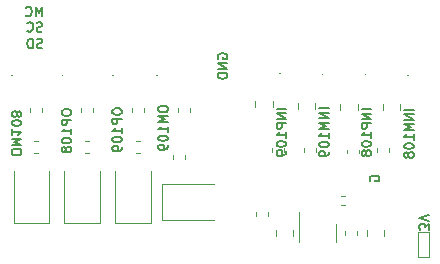
<source format=gbr>
%TF.GenerationSoftware,KiCad,Pcbnew,8.0.7*%
%TF.CreationDate,2024-12-21T09:58:57-05:00*%
%TF.ProjectId,tac5212_audio_board_single_ended,74616335-3231-4325-9f61-7564696f5f62,rev?*%
%TF.SameCoordinates,Original*%
%TF.FileFunction,Legend,Bot*%
%TF.FilePolarity,Positive*%
%FSLAX46Y46*%
G04 Gerber Fmt 4.6, Leading zero omitted, Abs format (unit mm)*
G04 Created by KiCad (PCBNEW 8.0.7) date 2024-12-21 09:58:57*
%MOMM*%
%LPD*%
G01*
G04 APERTURE LIST*
%ADD10C,0.150000*%
%ADD11C,0.120000*%
%ADD12C,0.100000*%
G04 APERTURE END LIST*
D10*
X99862295Y-108066541D02*
X99862295Y-108218922D01*
X99862295Y-108218922D02*
X99900390Y-108295112D01*
X99900390Y-108295112D02*
X99976580Y-108371303D01*
X99976580Y-108371303D02*
X100128961Y-108409398D01*
X100128961Y-108409398D02*
X100395628Y-108409398D01*
X100395628Y-108409398D02*
X100548009Y-108371303D01*
X100548009Y-108371303D02*
X100624200Y-108295112D01*
X100624200Y-108295112D02*
X100662295Y-108218922D01*
X100662295Y-108218922D02*
X100662295Y-108066541D01*
X100662295Y-108066541D02*
X100624200Y-107990350D01*
X100624200Y-107990350D02*
X100548009Y-107914160D01*
X100548009Y-107914160D02*
X100395628Y-107876064D01*
X100395628Y-107876064D02*
X100128961Y-107876064D01*
X100128961Y-107876064D02*
X99976580Y-107914160D01*
X99976580Y-107914160D02*
X99900390Y-107990350D01*
X99900390Y-107990350D02*
X99862295Y-108066541D01*
X100662295Y-108752255D02*
X99862295Y-108752255D01*
X99862295Y-108752255D02*
X99862295Y-109057017D01*
X99862295Y-109057017D02*
X99900390Y-109133207D01*
X99900390Y-109133207D02*
X99938485Y-109171302D01*
X99938485Y-109171302D02*
X100014676Y-109209398D01*
X100014676Y-109209398D02*
X100128961Y-109209398D01*
X100128961Y-109209398D02*
X100205152Y-109171302D01*
X100205152Y-109171302D02*
X100243247Y-109133207D01*
X100243247Y-109133207D02*
X100281342Y-109057017D01*
X100281342Y-109057017D02*
X100281342Y-108752255D01*
X100662295Y-109971302D02*
X100662295Y-109514159D01*
X100662295Y-109742731D02*
X99862295Y-109742731D01*
X99862295Y-109742731D02*
X99976580Y-109666540D01*
X99976580Y-109666540D02*
X100052771Y-109590350D01*
X100052771Y-109590350D02*
X100090866Y-109514159D01*
X99862295Y-110466541D02*
X99862295Y-110542731D01*
X99862295Y-110542731D02*
X99900390Y-110618922D01*
X99900390Y-110618922D02*
X99938485Y-110657017D01*
X99938485Y-110657017D02*
X100014676Y-110695112D01*
X100014676Y-110695112D02*
X100167057Y-110733207D01*
X100167057Y-110733207D02*
X100357533Y-110733207D01*
X100357533Y-110733207D02*
X100509914Y-110695112D01*
X100509914Y-110695112D02*
X100586104Y-110657017D01*
X100586104Y-110657017D02*
X100624200Y-110618922D01*
X100624200Y-110618922D02*
X100662295Y-110542731D01*
X100662295Y-110542731D02*
X100662295Y-110466541D01*
X100662295Y-110466541D02*
X100624200Y-110390350D01*
X100624200Y-110390350D02*
X100586104Y-110352255D01*
X100586104Y-110352255D02*
X100509914Y-110314160D01*
X100509914Y-110314160D02*
X100357533Y-110276064D01*
X100357533Y-110276064D02*
X100167057Y-110276064D01*
X100167057Y-110276064D02*
X100014676Y-110314160D01*
X100014676Y-110314160D02*
X99938485Y-110352255D01*
X99938485Y-110352255D02*
X99900390Y-110390350D01*
X99900390Y-110390350D02*
X99862295Y-110466541D01*
X100662295Y-111114160D02*
X100662295Y-111266541D01*
X100662295Y-111266541D02*
X100624200Y-111342731D01*
X100624200Y-111342731D02*
X100586104Y-111380827D01*
X100586104Y-111380827D02*
X100471819Y-111457017D01*
X100471819Y-111457017D02*
X100319438Y-111495112D01*
X100319438Y-111495112D02*
X100014676Y-111495112D01*
X100014676Y-111495112D02*
X99938485Y-111457017D01*
X99938485Y-111457017D02*
X99900390Y-111418922D01*
X99900390Y-111418922D02*
X99862295Y-111342731D01*
X99862295Y-111342731D02*
X99862295Y-111190350D01*
X99862295Y-111190350D02*
X99900390Y-111114160D01*
X99900390Y-111114160D02*
X99938485Y-111076065D01*
X99938485Y-111076065D02*
X100014676Y-111037969D01*
X100014676Y-111037969D02*
X100205152Y-111037969D01*
X100205152Y-111037969D02*
X100281342Y-111076065D01*
X100281342Y-111076065D02*
X100319438Y-111114160D01*
X100319438Y-111114160D02*
X100357533Y-111190350D01*
X100357533Y-111190350D02*
X100357533Y-111342731D01*
X100357533Y-111342731D02*
X100319438Y-111418922D01*
X100319438Y-111418922D02*
X100281342Y-111457017D01*
X100281342Y-111457017D02*
X100205152Y-111495112D01*
X121762295Y-107924160D02*
X120962295Y-107924160D01*
X121762295Y-108305112D02*
X120962295Y-108305112D01*
X120962295Y-108305112D02*
X121762295Y-108762255D01*
X121762295Y-108762255D02*
X120962295Y-108762255D01*
X121762295Y-109143207D02*
X120962295Y-109143207D01*
X120962295Y-109143207D02*
X120962295Y-109447969D01*
X120962295Y-109447969D02*
X121000390Y-109524159D01*
X121000390Y-109524159D02*
X121038485Y-109562254D01*
X121038485Y-109562254D02*
X121114676Y-109600350D01*
X121114676Y-109600350D02*
X121228961Y-109600350D01*
X121228961Y-109600350D02*
X121305152Y-109562254D01*
X121305152Y-109562254D02*
X121343247Y-109524159D01*
X121343247Y-109524159D02*
X121381342Y-109447969D01*
X121381342Y-109447969D02*
X121381342Y-109143207D01*
X121762295Y-110362254D02*
X121762295Y-109905111D01*
X121762295Y-110133683D02*
X120962295Y-110133683D01*
X120962295Y-110133683D02*
X121076580Y-110057492D01*
X121076580Y-110057492D02*
X121152771Y-109981302D01*
X121152771Y-109981302D02*
X121190866Y-109905111D01*
X120962295Y-110857493D02*
X120962295Y-110933683D01*
X120962295Y-110933683D02*
X121000390Y-111009874D01*
X121000390Y-111009874D02*
X121038485Y-111047969D01*
X121038485Y-111047969D02*
X121114676Y-111086064D01*
X121114676Y-111086064D02*
X121267057Y-111124159D01*
X121267057Y-111124159D02*
X121457533Y-111124159D01*
X121457533Y-111124159D02*
X121609914Y-111086064D01*
X121609914Y-111086064D02*
X121686104Y-111047969D01*
X121686104Y-111047969D02*
X121724200Y-111009874D01*
X121724200Y-111009874D02*
X121762295Y-110933683D01*
X121762295Y-110933683D02*
X121762295Y-110857493D01*
X121762295Y-110857493D02*
X121724200Y-110781302D01*
X121724200Y-110781302D02*
X121686104Y-110743207D01*
X121686104Y-110743207D02*
X121609914Y-110705112D01*
X121609914Y-110705112D02*
X121457533Y-110667016D01*
X121457533Y-110667016D02*
X121267057Y-110667016D01*
X121267057Y-110667016D02*
X121114676Y-110705112D01*
X121114676Y-110705112D02*
X121038485Y-110743207D01*
X121038485Y-110743207D02*
X121000390Y-110781302D01*
X121000390Y-110781302D02*
X120962295Y-110857493D01*
X121305152Y-111581302D02*
X121267057Y-111505112D01*
X121267057Y-111505112D02*
X121228961Y-111467017D01*
X121228961Y-111467017D02*
X121152771Y-111428921D01*
X121152771Y-111428921D02*
X121114676Y-111428921D01*
X121114676Y-111428921D02*
X121038485Y-111467017D01*
X121038485Y-111467017D02*
X121000390Y-111505112D01*
X121000390Y-111505112D02*
X120962295Y-111581302D01*
X120962295Y-111581302D02*
X120962295Y-111733683D01*
X120962295Y-111733683D02*
X121000390Y-111809874D01*
X121000390Y-111809874D02*
X121038485Y-111847969D01*
X121038485Y-111847969D02*
X121114676Y-111886064D01*
X121114676Y-111886064D02*
X121152771Y-111886064D01*
X121152771Y-111886064D02*
X121228961Y-111847969D01*
X121228961Y-111847969D02*
X121267057Y-111809874D01*
X121267057Y-111809874D02*
X121305152Y-111733683D01*
X121305152Y-111733683D02*
X121305152Y-111581302D01*
X121305152Y-111581302D02*
X121343247Y-111505112D01*
X121343247Y-111505112D02*
X121381342Y-111467017D01*
X121381342Y-111467017D02*
X121457533Y-111428921D01*
X121457533Y-111428921D02*
X121609914Y-111428921D01*
X121609914Y-111428921D02*
X121686104Y-111467017D01*
X121686104Y-111467017D02*
X121724200Y-111505112D01*
X121724200Y-111505112D02*
X121762295Y-111581302D01*
X121762295Y-111581302D02*
X121762295Y-111733683D01*
X121762295Y-111733683D02*
X121724200Y-111809874D01*
X121724200Y-111809874D02*
X121686104Y-111847969D01*
X121686104Y-111847969D02*
X121609914Y-111886064D01*
X121609914Y-111886064D02*
X121457533Y-111886064D01*
X121457533Y-111886064D02*
X121381342Y-111847969D01*
X121381342Y-111847969D02*
X121343247Y-111809874D01*
X121343247Y-111809874D02*
X121305152Y-111733683D01*
X108800390Y-103672744D02*
X108762295Y-103596554D01*
X108762295Y-103596554D02*
X108762295Y-103482268D01*
X108762295Y-103482268D02*
X108800390Y-103367982D01*
X108800390Y-103367982D02*
X108876580Y-103291792D01*
X108876580Y-103291792D02*
X108952771Y-103253697D01*
X108952771Y-103253697D02*
X109105152Y-103215601D01*
X109105152Y-103215601D02*
X109219438Y-103215601D01*
X109219438Y-103215601D02*
X109371819Y-103253697D01*
X109371819Y-103253697D02*
X109448009Y-103291792D01*
X109448009Y-103291792D02*
X109524200Y-103367982D01*
X109524200Y-103367982D02*
X109562295Y-103482268D01*
X109562295Y-103482268D02*
X109562295Y-103558459D01*
X109562295Y-103558459D02*
X109524200Y-103672744D01*
X109524200Y-103672744D02*
X109486104Y-103710840D01*
X109486104Y-103710840D02*
X109219438Y-103710840D01*
X109219438Y-103710840D02*
X109219438Y-103558459D01*
X109562295Y-104053697D02*
X108762295Y-104053697D01*
X108762295Y-104053697D02*
X109562295Y-104510840D01*
X109562295Y-104510840D02*
X108762295Y-104510840D01*
X109562295Y-104891792D02*
X108762295Y-104891792D01*
X108762295Y-104891792D02*
X108762295Y-105082268D01*
X108762295Y-105082268D02*
X108800390Y-105196554D01*
X108800390Y-105196554D02*
X108876580Y-105272744D01*
X108876580Y-105272744D02*
X108952771Y-105310839D01*
X108952771Y-105310839D02*
X109105152Y-105348935D01*
X109105152Y-105348935D02*
X109219438Y-105348935D01*
X109219438Y-105348935D02*
X109371819Y-105310839D01*
X109371819Y-105310839D02*
X109448009Y-105272744D01*
X109448009Y-105272744D02*
X109524200Y-105196554D01*
X109524200Y-105196554D02*
X109562295Y-105082268D01*
X109562295Y-105082268D02*
X109562295Y-104891792D01*
X125362295Y-107971660D02*
X124562295Y-107971660D01*
X125362295Y-108352612D02*
X124562295Y-108352612D01*
X124562295Y-108352612D02*
X125362295Y-108809755D01*
X125362295Y-108809755D02*
X124562295Y-108809755D01*
X125362295Y-109190707D02*
X124562295Y-109190707D01*
X124562295Y-109190707D02*
X125133723Y-109457373D01*
X125133723Y-109457373D02*
X124562295Y-109724040D01*
X124562295Y-109724040D02*
X125362295Y-109724040D01*
X125362295Y-110524040D02*
X125362295Y-110066897D01*
X125362295Y-110295469D02*
X124562295Y-110295469D01*
X124562295Y-110295469D02*
X124676580Y-110219278D01*
X124676580Y-110219278D02*
X124752771Y-110143088D01*
X124752771Y-110143088D02*
X124790866Y-110066897D01*
X124562295Y-111019279D02*
X124562295Y-111095469D01*
X124562295Y-111095469D02*
X124600390Y-111171660D01*
X124600390Y-111171660D02*
X124638485Y-111209755D01*
X124638485Y-111209755D02*
X124714676Y-111247850D01*
X124714676Y-111247850D02*
X124867057Y-111285945D01*
X124867057Y-111285945D02*
X125057533Y-111285945D01*
X125057533Y-111285945D02*
X125209914Y-111247850D01*
X125209914Y-111247850D02*
X125286104Y-111209755D01*
X125286104Y-111209755D02*
X125324200Y-111171660D01*
X125324200Y-111171660D02*
X125362295Y-111095469D01*
X125362295Y-111095469D02*
X125362295Y-111019279D01*
X125362295Y-111019279D02*
X125324200Y-110943088D01*
X125324200Y-110943088D02*
X125286104Y-110904993D01*
X125286104Y-110904993D02*
X125209914Y-110866898D01*
X125209914Y-110866898D02*
X125057533Y-110828802D01*
X125057533Y-110828802D02*
X124867057Y-110828802D01*
X124867057Y-110828802D02*
X124714676Y-110866898D01*
X124714676Y-110866898D02*
X124638485Y-110904993D01*
X124638485Y-110904993D02*
X124600390Y-110943088D01*
X124600390Y-110943088D02*
X124562295Y-111019279D01*
X124905152Y-111743088D02*
X124867057Y-111666898D01*
X124867057Y-111666898D02*
X124828961Y-111628803D01*
X124828961Y-111628803D02*
X124752771Y-111590707D01*
X124752771Y-111590707D02*
X124714676Y-111590707D01*
X124714676Y-111590707D02*
X124638485Y-111628803D01*
X124638485Y-111628803D02*
X124600390Y-111666898D01*
X124600390Y-111666898D02*
X124562295Y-111743088D01*
X124562295Y-111743088D02*
X124562295Y-111895469D01*
X124562295Y-111895469D02*
X124600390Y-111971660D01*
X124600390Y-111971660D02*
X124638485Y-112009755D01*
X124638485Y-112009755D02*
X124714676Y-112047850D01*
X124714676Y-112047850D02*
X124752771Y-112047850D01*
X124752771Y-112047850D02*
X124828961Y-112009755D01*
X124828961Y-112009755D02*
X124867057Y-111971660D01*
X124867057Y-111971660D02*
X124905152Y-111895469D01*
X124905152Y-111895469D02*
X124905152Y-111743088D01*
X124905152Y-111743088D02*
X124943247Y-111666898D01*
X124943247Y-111666898D02*
X124981342Y-111628803D01*
X124981342Y-111628803D02*
X125057533Y-111590707D01*
X125057533Y-111590707D02*
X125209914Y-111590707D01*
X125209914Y-111590707D02*
X125286104Y-111628803D01*
X125286104Y-111628803D02*
X125324200Y-111666898D01*
X125324200Y-111666898D02*
X125362295Y-111743088D01*
X125362295Y-111743088D02*
X125362295Y-111895469D01*
X125362295Y-111895469D02*
X125324200Y-111971660D01*
X125324200Y-111971660D02*
X125286104Y-112009755D01*
X125286104Y-112009755D02*
X125209914Y-112047850D01*
X125209914Y-112047850D02*
X125057533Y-112047850D01*
X125057533Y-112047850D02*
X124981342Y-112009755D01*
X124981342Y-112009755D02*
X124943247Y-111971660D01*
X124943247Y-111971660D02*
X124905152Y-111895469D01*
X103762295Y-107841541D02*
X103762295Y-107993922D01*
X103762295Y-107993922D02*
X103800390Y-108070112D01*
X103800390Y-108070112D02*
X103876580Y-108146303D01*
X103876580Y-108146303D02*
X104028961Y-108184398D01*
X104028961Y-108184398D02*
X104295628Y-108184398D01*
X104295628Y-108184398D02*
X104448009Y-108146303D01*
X104448009Y-108146303D02*
X104524200Y-108070112D01*
X104524200Y-108070112D02*
X104562295Y-107993922D01*
X104562295Y-107993922D02*
X104562295Y-107841541D01*
X104562295Y-107841541D02*
X104524200Y-107765350D01*
X104524200Y-107765350D02*
X104448009Y-107689160D01*
X104448009Y-107689160D02*
X104295628Y-107651064D01*
X104295628Y-107651064D02*
X104028961Y-107651064D01*
X104028961Y-107651064D02*
X103876580Y-107689160D01*
X103876580Y-107689160D02*
X103800390Y-107765350D01*
X103800390Y-107765350D02*
X103762295Y-107841541D01*
X104562295Y-108527255D02*
X103762295Y-108527255D01*
X103762295Y-108527255D02*
X104333723Y-108793921D01*
X104333723Y-108793921D02*
X103762295Y-109060588D01*
X103762295Y-109060588D02*
X104562295Y-109060588D01*
X104562295Y-109860588D02*
X104562295Y-109403445D01*
X104562295Y-109632017D02*
X103762295Y-109632017D01*
X103762295Y-109632017D02*
X103876580Y-109555826D01*
X103876580Y-109555826D02*
X103952771Y-109479636D01*
X103952771Y-109479636D02*
X103990866Y-109403445D01*
X103762295Y-110355827D02*
X103762295Y-110432017D01*
X103762295Y-110432017D02*
X103800390Y-110508208D01*
X103800390Y-110508208D02*
X103838485Y-110546303D01*
X103838485Y-110546303D02*
X103914676Y-110584398D01*
X103914676Y-110584398D02*
X104067057Y-110622493D01*
X104067057Y-110622493D02*
X104257533Y-110622493D01*
X104257533Y-110622493D02*
X104409914Y-110584398D01*
X104409914Y-110584398D02*
X104486104Y-110546303D01*
X104486104Y-110546303D02*
X104524200Y-110508208D01*
X104524200Y-110508208D02*
X104562295Y-110432017D01*
X104562295Y-110432017D02*
X104562295Y-110355827D01*
X104562295Y-110355827D02*
X104524200Y-110279636D01*
X104524200Y-110279636D02*
X104486104Y-110241541D01*
X104486104Y-110241541D02*
X104409914Y-110203446D01*
X104409914Y-110203446D02*
X104257533Y-110165350D01*
X104257533Y-110165350D02*
X104067057Y-110165350D01*
X104067057Y-110165350D02*
X103914676Y-110203446D01*
X103914676Y-110203446D02*
X103838485Y-110241541D01*
X103838485Y-110241541D02*
X103800390Y-110279636D01*
X103800390Y-110279636D02*
X103762295Y-110355827D01*
X104562295Y-111003446D02*
X104562295Y-111155827D01*
X104562295Y-111155827D02*
X104524200Y-111232017D01*
X104524200Y-111232017D02*
X104486104Y-111270113D01*
X104486104Y-111270113D02*
X104371819Y-111346303D01*
X104371819Y-111346303D02*
X104219438Y-111384398D01*
X104219438Y-111384398D02*
X103914676Y-111384398D01*
X103914676Y-111384398D02*
X103838485Y-111346303D01*
X103838485Y-111346303D02*
X103800390Y-111308208D01*
X103800390Y-111308208D02*
X103762295Y-111232017D01*
X103762295Y-111232017D02*
X103762295Y-111079636D01*
X103762295Y-111079636D02*
X103800390Y-111003446D01*
X103800390Y-111003446D02*
X103838485Y-110965351D01*
X103838485Y-110965351D02*
X103914676Y-110927255D01*
X103914676Y-110927255D02*
X104105152Y-110927255D01*
X104105152Y-110927255D02*
X104181342Y-110965351D01*
X104181342Y-110965351D02*
X104219438Y-111003446D01*
X104219438Y-111003446D02*
X104257533Y-111079636D01*
X104257533Y-111079636D02*
X104257533Y-111232017D01*
X104257533Y-111232017D02*
X104219438Y-111308208D01*
X104219438Y-111308208D02*
X104181342Y-111346303D01*
X104181342Y-111346303D02*
X104105152Y-111384398D01*
X126647704Y-118137030D02*
X126647704Y-117641792D01*
X126647704Y-117641792D02*
X126342942Y-117908458D01*
X126342942Y-117908458D02*
X126342942Y-117794173D01*
X126342942Y-117794173D02*
X126304847Y-117717982D01*
X126304847Y-117717982D02*
X126266752Y-117679887D01*
X126266752Y-117679887D02*
X126190561Y-117641792D01*
X126190561Y-117641792D02*
X126000085Y-117641792D01*
X126000085Y-117641792D02*
X125923895Y-117679887D01*
X125923895Y-117679887D02*
X125885800Y-117717982D01*
X125885800Y-117717982D02*
X125847704Y-117794173D01*
X125847704Y-117794173D02*
X125847704Y-118022744D01*
X125847704Y-118022744D02*
X125885800Y-118098935D01*
X125885800Y-118098935D02*
X125923895Y-118137030D01*
X126647704Y-117413220D02*
X125847704Y-117146553D01*
X125847704Y-117146553D02*
X126647704Y-116879887D01*
X93908208Y-102724200D02*
X93793922Y-102762295D01*
X93793922Y-102762295D02*
X93603446Y-102762295D01*
X93603446Y-102762295D02*
X93527255Y-102724200D01*
X93527255Y-102724200D02*
X93489160Y-102686104D01*
X93489160Y-102686104D02*
X93451065Y-102609914D01*
X93451065Y-102609914D02*
X93451065Y-102533723D01*
X93451065Y-102533723D02*
X93489160Y-102457533D01*
X93489160Y-102457533D02*
X93527255Y-102419438D01*
X93527255Y-102419438D02*
X93603446Y-102381342D01*
X93603446Y-102381342D02*
X93755827Y-102343247D01*
X93755827Y-102343247D02*
X93832017Y-102305152D01*
X93832017Y-102305152D02*
X93870112Y-102267057D01*
X93870112Y-102267057D02*
X93908208Y-102190866D01*
X93908208Y-102190866D02*
X93908208Y-102114676D01*
X93908208Y-102114676D02*
X93870112Y-102038485D01*
X93870112Y-102038485D02*
X93832017Y-102000390D01*
X93832017Y-102000390D02*
X93755827Y-101962295D01*
X93755827Y-101962295D02*
X93565350Y-101962295D01*
X93565350Y-101962295D02*
X93451065Y-102000390D01*
X93108207Y-102762295D02*
X93108207Y-101962295D01*
X93108207Y-101962295D02*
X92917731Y-101962295D01*
X92917731Y-101962295D02*
X92803445Y-102000390D01*
X92803445Y-102000390D02*
X92727255Y-102076580D01*
X92727255Y-102076580D02*
X92689160Y-102152771D01*
X92689160Y-102152771D02*
X92651064Y-102305152D01*
X92651064Y-102305152D02*
X92651064Y-102419438D01*
X92651064Y-102419438D02*
X92689160Y-102571819D01*
X92689160Y-102571819D02*
X92727255Y-102648009D01*
X92727255Y-102648009D02*
X92803445Y-102724200D01*
X92803445Y-102724200D02*
X92917731Y-102762295D01*
X92917731Y-102762295D02*
X93108207Y-102762295D01*
X93922493Y-100062295D02*
X93922493Y-99262295D01*
X93922493Y-99262295D02*
X93655827Y-99833723D01*
X93655827Y-99833723D02*
X93389160Y-99262295D01*
X93389160Y-99262295D02*
X93389160Y-100062295D01*
X92551064Y-99986104D02*
X92589160Y-100024200D01*
X92589160Y-100024200D02*
X92703445Y-100062295D01*
X92703445Y-100062295D02*
X92779636Y-100062295D01*
X92779636Y-100062295D02*
X92893922Y-100024200D01*
X92893922Y-100024200D02*
X92970112Y-99948009D01*
X92970112Y-99948009D02*
X93008207Y-99871819D01*
X93008207Y-99871819D02*
X93046303Y-99719438D01*
X93046303Y-99719438D02*
X93046303Y-99605152D01*
X93046303Y-99605152D02*
X93008207Y-99452771D01*
X93008207Y-99452771D02*
X92970112Y-99376580D01*
X92970112Y-99376580D02*
X92893922Y-99300390D01*
X92893922Y-99300390D02*
X92779636Y-99262295D01*
X92779636Y-99262295D02*
X92703445Y-99262295D01*
X92703445Y-99262295D02*
X92589160Y-99300390D01*
X92589160Y-99300390D02*
X92551064Y-99338485D01*
X93908208Y-101324200D02*
X93793922Y-101362295D01*
X93793922Y-101362295D02*
X93603446Y-101362295D01*
X93603446Y-101362295D02*
X93527255Y-101324200D01*
X93527255Y-101324200D02*
X93489160Y-101286104D01*
X93489160Y-101286104D02*
X93451065Y-101209914D01*
X93451065Y-101209914D02*
X93451065Y-101133723D01*
X93451065Y-101133723D02*
X93489160Y-101057533D01*
X93489160Y-101057533D02*
X93527255Y-101019438D01*
X93527255Y-101019438D02*
X93603446Y-100981342D01*
X93603446Y-100981342D02*
X93755827Y-100943247D01*
X93755827Y-100943247D02*
X93832017Y-100905152D01*
X93832017Y-100905152D02*
X93870112Y-100867057D01*
X93870112Y-100867057D02*
X93908208Y-100790866D01*
X93908208Y-100790866D02*
X93908208Y-100714676D01*
X93908208Y-100714676D02*
X93870112Y-100638485D01*
X93870112Y-100638485D02*
X93832017Y-100600390D01*
X93832017Y-100600390D02*
X93755827Y-100562295D01*
X93755827Y-100562295D02*
X93565350Y-100562295D01*
X93565350Y-100562295D02*
X93451065Y-100600390D01*
X92651064Y-101286104D02*
X92689160Y-101324200D01*
X92689160Y-101324200D02*
X92803445Y-101362295D01*
X92803445Y-101362295D02*
X92879636Y-101362295D01*
X92879636Y-101362295D02*
X92993922Y-101324200D01*
X92993922Y-101324200D02*
X93070112Y-101248009D01*
X93070112Y-101248009D02*
X93108207Y-101171819D01*
X93108207Y-101171819D02*
X93146303Y-101019438D01*
X93146303Y-101019438D02*
X93146303Y-100905152D01*
X93146303Y-100905152D02*
X93108207Y-100752771D01*
X93108207Y-100752771D02*
X93070112Y-100676580D01*
X93070112Y-100676580D02*
X92993922Y-100600390D01*
X92993922Y-100600390D02*
X92879636Y-100562295D01*
X92879636Y-100562295D02*
X92803445Y-100562295D01*
X92803445Y-100562295D02*
X92689160Y-100600390D01*
X92689160Y-100600390D02*
X92651064Y-100638485D01*
X95562295Y-108141541D02*
X95562295Y-108293922D01*
X95562295Y-108293922D02*
X95600390Y-108370112D01*
X95600390Y-108370112D02*
X95676580Y-108446303D01*
X95676580Y-108446303D02*
X95828961Y-108484398D01*
X95828961Y-108484398D02*
X96095628Y-108484398D01*
X96095628Y-108484398D02*
X96248009Y-108446303D01*
X96248009Y-108446303D02*
X96324200Y-108370112D01*
X96324200Y-108370112D02*
X96362295Y-108293922D01*
X96362295Y-108293922D02*
X96362295Y-108141541D01*
X96362295Y-108141541D02*
X96324200Y-108065350D01*
X96324200Y-108065350D02*
X96248009Y-107989160D01*
X96248009Y-107989160D02*
X96095628Y-107951064D01*
X96095628Y-107951064D02*
X95828961Y-107951064D01*
X95828961Y-107951064D02*
X95676580Y-107989160D01*
X95676580Y-107989160D02*
X95600390Y-108065350D01*
X95600390Y-108065350D02*
X95562295Y-108141541D01*
X96362295Y-108827255D02*
X95562295Y-108827255D01*
X95562295Y-108827255D02*
X95562295Y-109132017D01*
X95562295Y-109132017D02*
X95600390Y-109208207D01*
X95600390Y-109208207D02*
X95638485Y-109246302D01*
X95638485Y-109246302D02*
X95714676Y-109284398D01*
X95714676Y-109284398D02*
X95828961Y-109284398D01*
X95828961Y-109284398D02*
X95905152Y-109246302D01*
X95905152Y-109246302D02*
X95943247Y-109208207D01*
X95943247Y-109208207D02*
X95981342Y-109132017D01*
X95981342Y-109132017D02*
X95981342Y-108827255D01*
X96362295Y-110046302D02*
X96362295Y-109589159D01*
X96362295Y-109817731D02*
X95562295Y-109817731D01*
X95562295Y-109817731D02*
X95676580Y-109741540D01*
X95676580Y-109741540D02*
X95752771Y-109665350D01*
X95752771Y-109665350D02*
X95790866Y-109589159D01*
X95562295Y-110541541D02*
X95562295Y-110617731D01*
X95562295Y-110617731D02*
X95600390Y-110693922D01*
X95600390Y-110693922D02*
X95638485Y-110732017D01*
X95638485Y-110732017D02*
X95714676Y-110770112D01*
X95714676Y-110770112D02*
X95867057Y-110808207D01*
X95867057Y-110808207D02*
X96057533Y-110808207D01*
X96057533Y-110808207D02*
X96209914Y-110770112D01*
X96209914Y-110770112D02*
X96286104Y-110732017D01*
X96286104Y-110732017D02*
X96324200Y-110693922D01*
X96324200Y-110693922D02*
X96362295Y-110617731D01*
X96362295Y-110617731D02*
X96362295Y-110541541D01*
X96362295Y-110541541D02*
X96324200Y-110465350D01*
X96324200Y-110465350D02*
X96286104Y-110427255D01*
X96286104Y-110427255D02*
X96209914Y-110389160D01*
X96209914Y-110389160D02*
X96057533Y-110351064D01*
X96057533Y-110351064D02*
X95867057Y-110351064D01*
X95867057Y-110351064D02*
X95714676Y-110389160D01*
X95714676Y-110389160D02*
X95638485Y-110427255D01*
X95638485Y-110427255D02*
X95600390Y-110465350D01*
X95600390Y-110465350D02*
X95562295Y-110541541D01*
X95905152Y-111265350D02*
X95867057Y-111189160D01*
X95867057Y-111189160D02*
X95828961Y-111151065D01*
X95828961Y-111151065D02*
X95752771Y-111112969D01*
X95752771Y-111112969D02*
X95714676Y-111112969D01*
X95714676Y-111112969D02*
X95638485Y-111151065D01*
X95638485Y-111151065D02*
X95600390Y-111189160D01*
X95600390Y-111189160D02*
X95562295Y-111265350D01*
X95562295Y-111265350D02*
X95562295Y-111417731D01*
X95562295Y-111417731D02*
X95600390Y-111493922D01*
X95600390Y-111493922D02*
X95638485Y-111532017D01*
X95638485Y-111532017D02*
X95714676Y-111570112D01*
X95714676Y-111570112D02*
X95752771Y-111570112D01*
X95752771Y-111570112D02*
X95828961Y-111532017D01*
X95828961Y-111532017D02*
X95867057Y-111493922D01*
X95867057Y-111493922D02*
X95905152Y-111417731D01*
X95905152Y-111417731D02*
X95905152Y-111265350D01*
X95905152Y-111265350D02*
X95943247Y-111189160D01*
X95943247Y-111189160D02*
X95981342Y-111151065D01*
X95981342Y-111151065D02*
X96057533Y-111112969D01*
X96057533Y-111112969D02*
X96209914Y-111112969D01*
X96209914Y-111112969D02*
X96286104Y-111151065D01*
X96286104Y-111151065D02*
X96324200Y-111189160D01*
X96324200Y-111189160D02*
X96362295Y-111265350D01*
X96362295Y-111265350D02*
X96362295Y-111417731D01*
X96362295Y-111417731D02*
X96324200Y-111493922D01*
X96324200Y-111493922D02*
X96286104Y-111532017D01*
X96286104Y-111532017D02*
X96209914Y-111570112D01*
X96209914Y-111570112D02*
X96057533Y-111570112D01*
X96057533Y-111570112D02*
X95981342Y-111532017D01*
X95981342Y-111532017D02*
X95943247Y-111493922D01*
X95943247Y-111493922D02*
X95905152Y-111417731D01*
X118162295Y-107851660D02*
X117362295Y-107851660D01*
X118162295Y-108232612D02*
X117362295Y-108232612D01*
X117362295Y-108232612D02*
X118162295Y-108689755D01*
X118162295Y-108689755D02*
X117362295Y-108689755D01*
X118162295Y-109070707D02*
X117362295Y-109070707D01*
X117362295Y-109070707D02*
X117933723Y-109337373D01*
X117933723Y-109337373D02*
X117362295Y-109604040D01*
X117362295Y-109604040D02*
X118162295Y-109604040D01*
X118162295Y-110404040D02*
X118162295Y-109946897D01*
X118162295Y-110175469D02*
X117362295Y-110175469D01*
X117362295Y-110175469D02*
X117476580Y-110099278D01*
X117476580Y-110099278D02*
X117552771Y-110023088D01*
X117552771Y-110023088D02*
X117590866Y-109946897D01*
X117362295Y-110899279D02*
X117362295Y-110975469D01*
X117362295Y-110975469D02*
X117400390Y-111051660D01*
X117400390Y-111051660D02*
X117438485Y-111089755D01*
X117438485Y-111089755D02*
X117514676Y-111127850D01*
X117514676Y-111127850D02*
X117667057Y-111165945D01*
X117667057Y-111165945D02*
X117857533Y-111165945D01*
X117857533Y-111165945D02*
X118009914Y-111127850D01*
X118009914Y-111127850D02*
X118086104Y-111089755D01*
X118086104Y-111089755D02*
X118124200Y-111051660D01*
X118124200Y-111051660D02*
X118162295Y-110975469D01*
X118162295Y-110975469D02*
X118162295Y-110899279D01*
X118162295Y-110899279D02*
X118124200Y-110823088D01*
X118124200Y-110823088D02*
X118086104Y-110784993D01*
X118086104Y-110784993D02*
X118009914Y-110746898D01*
X118009914Y-110746898D02*
X117857533Y-110708802D01*
X117857533Y-110708802D02*
X117667057Y-110708802D01*
X117667057Y-110708802D02*
X117514676Y-110746898D01*
X117514676Y-110746898D02*
X117438485Y-110784993D01*
X117438485Y-110784993D02*
X117400390Y-110823088D01*
X117400390Y-110823088D02*
X117362295Y-110899279D01*
X118162295Y-111546898D02*
X118162295Y-111699279D01*
X118162295Y-111699279D02*
X118124200Y-111775469D01*
X118124200Y-111775469D02*
X118086104Y-111813565D01*
X118086104Y-111813565D02*
X117971819Y-111889755D01*
X117971819Y-111889755D02*
X117819438Y-111927850D01*
X117819438Y-111927850D02*
X117514676Y-111927850D01*
X117514676Y-111927850D02*
X117438485Y-111889755D01*
X117438485Y-111889755D02*
X117400390Y-111851660D01*
X117400390Y-111851660D02*
X117362295Y-111775469D01*
X117362295Y-111775469D02*
X117362295Y-111623088D01*
X117362295Y-111623088D02*
X117400390Y-111546898D01*
X117400390Y-111546898D02*
X117438485Y-111508803D01*
X117438485Y-111508803D02*
X117514676Y-111470707D01*
X117514676Y-111470707D02*
X117705152Y-111470707D01*
X117705152Y-111470707D02*
X117781342Y-111508803D01*
X117781342Y-111508803D02*
X117819438Y-111546898D01*
X117819438Y-111546898D02*
X117857533Y-111623088D01*
X117857533Y-111623088D02*
X117857533Y-111775469D01*
X117857533Y-111775469D02*
X117819438Y-111851660D01*
X117819438Y-111851660D02*
X117781342Y-111889755D01*
X117781342Y-111889755D02*
X117705152Y-111927850D01*
X121700390Y-114010839D02*
X121662295Y-113934649D01*
X121662295Y-113934649D02*
X121662295Y-113820363D01*
X121662295Y-113820363D02*
X121700390Y-113706077D01*
X121700390Y-113706077D02*
X121776580Y-113629887D01*
X121776580Y-113629887D02*
X121852771Y-113591792D01*
X121852771Y-113591792D02*
X122005152Y-113553696D01*
X122005152Y-113553696D02*
X122119438Y-113553696D01*
X122119438Y-113553696D02*
X122271819Y-113591792D01*
X122271819Y-113591792D02*
X122348009Y-113629887D01*
X122348009Y-113629887D02*
X122424200Y-113706077D01*
X122424200Y-113706077D02*
X122462295Y-113820363D01*
X122462295Y-113820363D02*
X122462295Y-113896554D01*
X122462295Y-113896554D02*
X122424200Y-114010839D01*
X122424200Y-114010839D02*
X122386104Y-114048935D01*
X122386104Y-114048935D02*
X122119438Y-114048935D01*
X122119438Y-114048935D02*
X122119438Y-113896554D01*
X92137704Y-111643922D02*
X92137704Y-111491541D01*
X92137704Y-111491541D02*
X92099609Y-111415351D01*
X92099609Y-111415351D02*
X92023419Y-111339160D01*
X92023419Y-111339160D02*
X91871038Y-111301065D01*
X91871038Y-111301065D02*
X91604371Y-111301065D01*
X91604371Y-111301065D02*
X91451990Y-111339160D01*
X91451990Y-111339160D02*
X91375800Y-111415351D01*
X91375800Y-111415351D02*
X91337704Y-111491541D01*
X91337704Y-111491541D02*
X91337704Y-111643922D01*
X91337704Y-111643922D02*
X91375800Y-111720113D01*
X91375800Y-111720113D02*
X91451990Y-111796303D01*
X91451990Y-111796303D02*
X91604371Y-111834399D01*
X91604371Y-111834399D02*
X91871038Y-111834399D01*
X91871038Y-111834399D02*
X92023419Y-111796303D01*
X92023419Y-111796303D02*
X92099609Y-111720113D01*
X92099609Y-111720113D02*
X92137704Y-111643922D01*
X91337704Y-110958208D02*
X92137704Y-110958208D01*
X92137704Y-110958208D02*
X91566276Y-110691542D01*
X91566276Y-110691542D02*
X92137704Y-110424875D01*
X92137704Y-110424875D02*
X91337704Y-110424875D01*
X91337704Y-109624875D02*
X91337704Y-110082018D01*
X91337704Y-109853446D02*
X92137704Y-109853446D01*
X92137704Y-109853446D02*
X92023419Y-109929637D01*
X92023419Y-109929637D02*
X91947228Y-110005827D01*
X91947228Y-110005827D02*
X91909133Y-110082018D01*
X92137704Y-109129636D02*
X92137704Y-109053446D01*
X92137704Y-109053446D02*
X92099609Y-108977255D01*
X92099609Y-108977255D02*
X92061514Y-108939160D01*
X92061514Y-108939160D02*
X91985323Y-108901065D01*
X91985323Y-108901065D02*
X91832942Y-108862970D01*
X91832942Y-108862970D02*
X91642466Y-108862970D01*
X91642466Y-108862970D02*
X91490085Y-108901065D01*
X91490085Y-108901065D02*
X91413895Y-108939160D01*
X91413895Y-108939160D02*
X91375800Y-108977255D01*
X91375800Y-108977255D02*
X91337704Y-109053446D01*
X91337704Y-109053446D02*
X91337704Y-109129636D01*
X91337704Y-109129636D02*
X91375800Y-109205827D01*
X91375800Y-109205827D02*
X91413895Y-109243922D01*
X91413895Y-109243922D02*
X91490085Y-109282017D01*
X91490085Y-109282017D02*
X91642466Y-109320113D01*
X91642466Y-109320113D02*
X91832942Y-109320113D01*
X91832942Y-109320113D02*
X91985323Y-109282017D01*
X91985323Y-109282017D02*
X92061514Y-109243922D01*
X92061514Y-109243922D02*
X92099609Y-109205827D01*
X92099609Y-109205827D02*
X92137704Y-109129636D01*
X91794847Y-108405827D02*
X91832942Y-108482017D01*
X91832942Y-108482017D02*
X91871038Y-108520112D01*
X91871038Y-108520112D02*
X91947228Y-108558208D01*
X91947228Y-108558208D02*
X91985323Y-108558208D01*
X91985323Y-108558208D02*
X92061514Y-108520112D01*
X92061514Y-108520112D02*
X92099609Y-108482017D01*
X92099609Y-108482017D02*
X92137704Y-108405827D01*
X92137704Y-108405827D02*
X92137704Y-108253446D01*
X92137704Y-108253446D02*
X92099609Y-108177255D01*
X92099609Y-108177255D02*
X92061514Y-108139160D01*
X92061514Y-108139160D02*
X91985323Y-108101065D01*
X91985323Y-108101065D02*
X91947228Y-108101065D01*
X91947228Y-108101065D02*
X91871038Y-108139160D01*
X91871038Y-108139160D02*
X91832942Y-108177255D01*
X91832942Y-108177255D02*
X91794847Y-108253446D01*
X91794847Y-108253446D02*
X91794847Y-108405827D01*
X91794847Y-108405827D02*
X91756752Y-108482017D01*
X91756752Y-108482017D02*
X91718657Y-108520112D01*
X91718657Y-108520112D02*
X91642466Y-108558208D01*
X91642466Y-108558208D02*
X91490085Y-108558208D01*
X91490085Y-108558208D02*
X91413895Y-108520112D01*
X91413895Y-108520112D02*
X91375800Y-108482017D01*
X91375800Y-108482017D02*
X91337704Y-108405827D01*
X91337704Y-108405827D02*
X91337704Y-108253446D01*
X91337704Y-108253446D02*
X91375800Y-108177255D01*
X91375800Y-108177255D02*
X91413895Y-108139160D01*
X91413895Y-108139160D02*
X91490085Y-108101065D01*
X91490085Y-108101065D02*
X91642466Y-108101065D01*
X91642466Y-108101065D02*
X91718657Y-108139160D01*
X91718657Y-108139160D02*
X91756752Y-108177255D01*
X91756752Y-108177255D02*
X91794847Y-108253446D01*
X114562295Y-107914160D02*
X113762295Y-107914160D01*
X114562295Y-108295112D02*
X113762295Y-108295112D01*
X113762295Y-108295112D02*
X114562295Y-108752255D01*
X114562295Y-108752255D02*
X113762295Y-108752255D01*
X114562295Y-109133207D02*
X113762295Y-109133207D01*
X113762295Y-109133207D02*
X113762295Y-109437969D01*
X113762295Y-109437969D02*
X113800390Y-109514159D01*
X113800390Y-109514159D02*
X113838485Y-109552254D01*
X113838485Y-109552254D02*
X113914676Y-109590350D01*
X113914676Y-109590350D02*
X114028961Y-109590350D01*
X114028961Y-109590350D02*
X114105152Y-109552254D01*
X114105152Y-109552254D02*
X114143247Y-109514159D01*
X114143247Y-109514159D02*
X114181342Y-109437969D01*
X114181342Y-109437969D02*
X114181342Y-109133207D01*
X114562295Y-110352254D02*
X114562295Y-109895111D01*
X114562295Y-110123683D02*
X113762295Y-110123683D01*
X113762295Y-110123683D02*
X113876580Y-110047492D01*
X113876580Y-110047492D02*
X113952771Y-109971302D01*
X113952771Y-109971302D02*
X113990866Y-109895111D01*
X113762295Y-110847493D02*
X113762295Y-110923683D01*
X113762295Y-110923683D02*
X113800390Y-110999874D01*
X113800390Y-110999874D02*
X113838485Y-111037969D01*
X113838485Y-111037969D02*
X113914676Y-111076064D01*
X113914676Y-111076064D02*
X114067057Y-111114159D01*
X114067057Y-111114159D02*
X114257533Y-111114159D01*
X114257533Y-111114159D02*
X114409914Y-111076064D01*
X114409914Y-111076064D02*
X114486104Y-111037969D01*
X114486104Y-111037969D02*
X114524200Y-110999874D01*
X114524200Y-110999874D02*
X114562295Y-110923683D01*
X114562295Y-110923683D02*
X114562295Y-110847493D01*
X114562295Y-110847493D02*
X114524200Y-110771302D01*
X114524200Y-110771302D02*
X114486104Y-110733207D01*
X114486104Y-110733207D02*
X114409914Y-110695112D01*
X114409914Y-110695112D02*
X114257533Y-110657016D01*
X114257533Y-110657016D02*
X114067057Y-110657016D01*
X114067057Y-110657016D02*
X113914676Y-110695112D01*
X113914676Y-110695112D02*
X113838485Y-110733207D01*
X113838485Y-110733207D02*
X113800390Y-110771302D01*
X113800390Y-110771302D02*
X113762295Y-110847493D01*
X114562295Y-111495112D02*
X114562295Y-111647493D01*
X114562295Y-111647493D02*
X114524200Y-111723683D01*
X114524200Y-111723683D02*
X114486104Y-111761779D01*
X114486104Y-111761779D02*
X114371819Y-111837969D01*
X114371819Y-111837969D02*
X114219438Y-111876064D01*
X114219438Y-111876064D02*
X113914676Y-111876064D01*
X113914676Y-111876064D02*
X113838485Y-111837969D01*
X113838485Y-111837969D02*
X113800390Y-111799874D01*
X113800390Y-111799874D02*
X113762295Y-111723683D01*
X113762295Y-111723683D02*
X113762295Y-111571302D01*
X113762295Y-111571302D02*
X113800390Y-111495112D01*
X113800390Y-111495112D02*
X113838485Y-111457017D01*
X113838485Y-111457017D02*
X113914676Y-111418921D01*
X113914676Y-111418921D02*
X114105152Y-111418921D01*
X114105152Y-111418921D02*
X114181342Y-111457017D01*
X114181342Y-111457017D02*
X114219438Y-111495112D01*
X114219438Y-111495112D02*
X114257533Y-111571302D01*
X114257533Y-111571302D02*
X114257533Y-111723683D01*
X114257533Y-111723683D02*
X114219438Y-111799874D01*
X114219438Y-111799874D02*
X114181342Y-111837969D01*
X114181342Y-111837969D02*
X114105152Y-111876064D01*
D11*
%TO.C,T\u002AC108*%
X121399314Y-118176248D02*
X121399314Y-118698752D01*
X122869314Y-118176248D02*
X122869314Y-118698752D01*
%TO.C,C127*%
X113390000Y-111546267D02*
X113390000Y-111253733D01*
X114410000Y-111546267D02*
X114410000Y-111253733D01*
D12*
%TO.C,D111*%
X103685000Y-105100000D02*
G75*
G02*
X103585000Y-105100000I-50000J0D01*
G01*
X103585000Y-105100000D02*
G75*
G02*
X103685000Y-105100000I50000J0D01*
G01*
D11*
%TO.C,R108*%
X97871267Y-110590000D02*
X97528733Y-110590000D01*
X97871267Y-111610000D02*
X97528733Y-111610000D01*
%TO.C,T\u002AC109*%
X119524314Y-118291233D02*
X119524314Y-118583767D01*
X120544314Y-118291233D02*
X120544314Y-118583767D01*
%TO.C,C124*%
X122290000Y-111546267D02*
X122290000Y-111253733D01*
X123310000Y-111546267D02*
X123310000Y-111253733D01*
%TO.C,C125*%
X119690000Y-111646267D02*
X119690000Y-111353733D01*
X120710000Y-111646267D02*
X120710000Y-111353733D01*
%TO.C,C114*%
X91490000Y-113150000D02*
X91490000Y-117535000D01*
X91490000Y-117535000D02*
X94510000Y-117535000D01*
X94510000Y-117535000D02*
X94510000Y-113150000D01*
%TO.C,T\u002AC110*%
X113699314Y-118176248D02*
X113699314Y-118698752D01*
X115169314Y-118176248D02*
X115169314Y-118698752D01*
%TO.C,3V108*%
D12*
X125710000Y-118350000D02*
X126710000Y-118350000D01*
X126710000Y-120460000D01*
X125710000Y-120460000D01*
X125710000Y-118350000D01*
D11*
%TO.C,C122*%
X104090001Y-114290000D02*
X104090001Y-117310000D01*
X104090001Y-117310000D02*
X108475001Y-117310000D01*
X108475001Y-114290000D02*
X104090001Y-114290000D01*
%TO.C,R109*%
X93228733Y-110590000D02*
X93571267Y-110590000D01*
X93228733Y-111610000D02*
X93571267Y-111610000D01*
D12*
%TO.C,D113*%
X121315000Y-105035000D02*
G75*
G02*
X121215000Y-105035000I-50000J0D01*
G01*
X121215000Y-105035000D02*
G75*
G02*
X121315000Y-105035000I50000J0D01*
G01*
D11*
%TO.C,FB110*%
X115565000Y-107923752D02*
X115565000Y-107401248D01*
X117035000Y-107923752D02*
X117035000Y-107401248D01*
%TO.C,FB111*%
X111965000Y-107761252D02*
X111965000Y-107238748D01*
X113435000Y-107761252D02*
X113435000Y-107238748D01*
%TO.C,R111*%
X102171267Y-110590000D02*
X101828733Y-110590000D01*
X102171267Y-111610000D02*
X101828733Y-111610000D01*
D12*
%TO.C,D112*%
X124915000Y-105082500D02*
G75*
G02*
X124815000Y-105082500I-50000J0D01*
G01*
X124815000Y-105082500D02*
G75*
G02*
X124915000Y-105082500I50000J0D01*
G01*
D11*
%TO.C,C123*%
X105390000Y-107853733D02*
X105390000Y-108146267D01*
X106410000Y-107853733D02*
X106410000Y-108146267D01*
%TO.C,U109*%
X115651814Y-116615000D02*
X115651814Y-118415000D01*
X115651814Y-119215000D02*
X115651814Y-118415000D01*
X118771814Y-117615000D02*
X118771814Y-118415000D01*
X118771814Y-119215000D02*
X118771814Y-118415000D01*
D12*
%TO.C,D108*%
X95685000Y-105100000D02*
G75*
G02*
X95585000Y-105100000I-50000J0D01*
G01*
X95585000Y-105100000D02*
G75*
G02*
X95685000Y-105100000I50000J0D01*
G01*
D11*
%TO.C,C113*%
X97190000Y-107853733D02*
X97190000Y-108146267D01*
X98210000Y-107853733D02*
X98210000Y-108146267D01*
%TO.C,C126*%
X116090000Y-111546267D02*
X116090000Y-111253733D01*
X117110000Y-111546267D02*
X117110000Y-111253733D01*
D12*
%TO.C,D110*%
X99985000Y-105100000D02*
G75*
G02*
X99885000Y-105100000I-50000J0D01*
G01*
X99885000Y-105100000D02*
G75*
G02*
X99985000Y-105100000I50000J0D01*
G01*
D11*
%TO.C,C110*%
X95790000Y-113150000D02*
X95790000Y-117535000D01*
X95790000Y-117535000D02*
X98810000Y-117535000D01*
X98810000Y-117535000D02*
X98810000Y-113150000D01*
D12*
%TO.C,D109*%
X91385000Y-105100000D02*
G75*
G02*
X91285000Y-105100000I-50000J0D01*
G01*
X91285000Y-105100000D02*
G75*
G02*
X91385000Y-105100000I50000J0D01*
G01*
D11*
%TO.C,R127*%
X119567621Y-115319999D02*
X119232379Y-115319999D01*
X119567621Y-116080001D02*
X119232379Y-116080001D01*
%TO.C,C121*%
X101490000Y-107853733D02*
X101490000Y-108146267D01*
X102510000Y-107853733D02*
X102510000Y-108146267D01*
%TO.C,C120*%
X100090000Y-113150000D02*
X100090000Y-117535000D01*
X100090000Y-117535000D02*
X103110000Y-117535000D01*
X103110000Y-117535000D02*
X103110000Y-113150000D01*
D12*
%TO.C,D114*%
X117715000Y-105035000D02*
G75*
G02*
X117615000Y-105035000I-50000J0D01*
G01*
X117615000Y-105035000D02*
G75*
G02*
X117715000Y-105035000I50000J0D01*
G01*
D11*
%TO.C,R116*%
X104990000Y-112171267D02*
X104990000Y-111828733D01*
X106010000Y-112171267D02*
X106010000Y-111828733D01*
%TO.C,FB109*%
X119165000Y-107996252D02*
X119165000Y-107473748D01*
X120635000Y-107996252D02*
X120635000Y-107473748D01*
%TO.C,FB108*%
X122765000Y-108033752D02*
X122765000Y-107511248D01*
X124235000Y-108033752D02*
X124235000Y-107511248D01*
D12*
%TO.C,D115*%
X114115000Y-104900000D02*
G75*
G02*
X114015000Y-104900000I-50000J0D01*
G01*
X114015000Y-104900000D02*
G75*
G02*
X114115000Y-104900000I50000J0D01*
G01*
D11*
%TO.C,C129*%
X111990000Y-116946267D02*
X111990000Y-116653733D01*
X113010000Y-116946267D02*
X113010000Y-116653733D01*
%TO.C,C117*%
X92890000Y-107853733D02*
X92890000Y-108146267D01*
X93910000Y-107853733D02*
X93910000Y-108146267D01*
%TD*%
M02*

</source>
